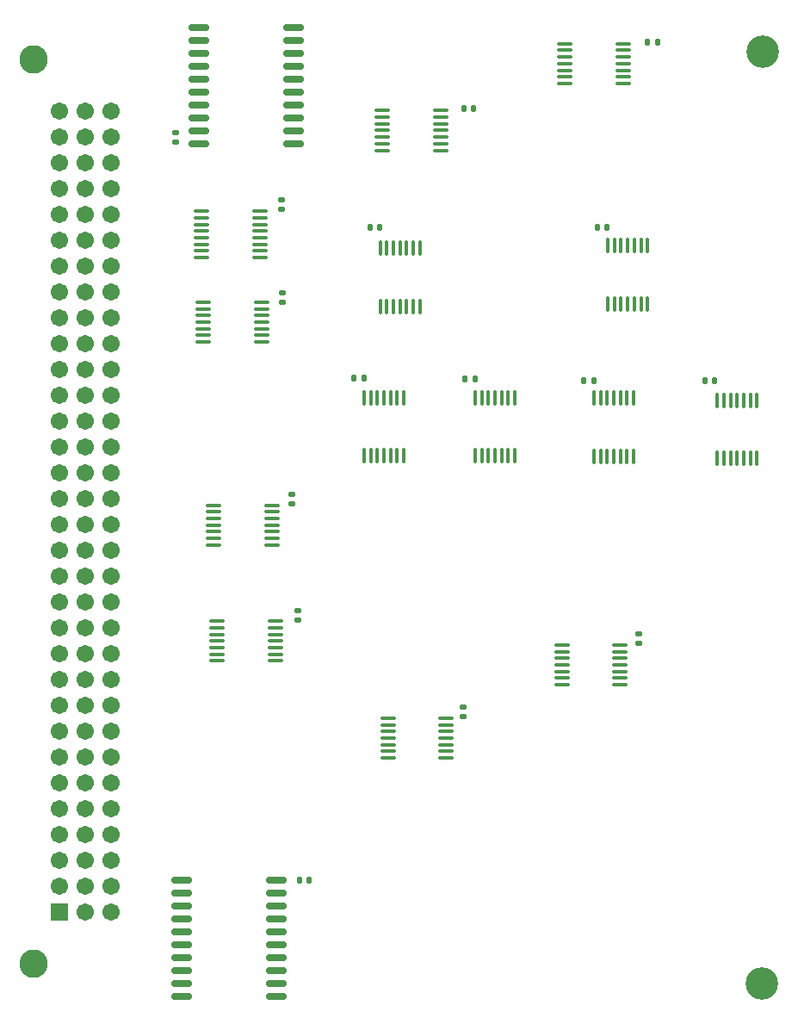
<source format=gbr>
%TF.GenerationSoftware,KiCad,Pcbnew,(7.0.0)*%
%TF.CreationDate,2023-12-30T22:17:33+02:00*%
%TF.ProjectId,alu,616c752e-6b69-4636-9164-5f7063625858,rev?*%
%TF.SameCoordinates,Original*%
%TF.FileFunction,Soldermask,Top*%
%TF.FilePolarity,Negative*%
%FSLAX46Y46*%
G04 Gerber Fmt 4.6, Leading zero omitted, Abs format (unit mm)*
G04 Created by KiCad (PCBNEW (7.0.0)) date 2023-12-30 22:17:33*
%MOMM*%
%LPD*%
G01*
G04 APERTURE LIST*
G04 Aperture macros list*
%AMRoundRect*
0 Rectangle with rounded corners*
0 $1 Rounding radius*
0 $2 $3 $4 $5 $6 $7 $8 $9 X,Y pos of 4 corners*
0 Add a 4 corners polygon primitive as box body*
4,1,4,$2,$3,$4,$5,$6,$7,$8,$9,$2,$3,0*
0 Add four circle primitives for the rounded corners*
1,1,$1+$1,$2,$3*
1,1,$1+$1,$4,$5*
1,1,$1+$1,$6,$7*
1,1,$1+$1,$8,$9*
0 Add four rect primitives between the rounded corners*
20,1,$1+$1,$2,$3,$4,$5,0*
20,1,$1+$1,$4,$5,$6,$7,0*
20,1,$1+$1,$6,$7,$8,$9,0*
20,1,$1+$1,$8,$9,$2,$3,0*%
G04 Aperture macros list end*
%ADD10C,3.200000*%
%ADD11RoundRect,0.140000X0.140000X0.170000X-0.140000X0.170000X-0.140000X-0.170000X0.140000X-0.170000X0*%
%ADD12RoundRect,0.100000X0.100000X-0.637500X0.100000X0.637500X-0.100000X0.637500X-0.100000X-0.637500X0*%
%ADD13RoundRect,0.140000X0.170000X-0.140000X0.170000X0.140000X-0.170000X0.140000X-0.170000X-0.140000X0*%
%ADD14RoundRect,0.100000X-0.637500X-0.100000X0.637500X-0.100000X0.637500X0.100000X-0.637500X0.100000X0*%
%ADD15C,2.790000*%
%ADD16RoundRect,0.102000X-0.754000X0.754000X-0.754000X-0.754000X0.754000X-0.754000X0.754000X0.754000X0*%
%ADD17C,1.712000*%
%ADD18RoundRect,0.140000X-0.140000X-0.170000X0.140000X-0.170000X0.140000X0.170000X-0.140000X0.170000X0*%
%ADD19RoundRect,0.150000X0.875000X0.150000X-0.875000X0.150000X-0.875000X-0.150000X0.875000X-0.150000X0*%
%ADD20RoundRect,0.150000X-0.875000X-0.150000X0.875000X-0.150000X0.875000X0.150000X-0.875000X0.150000X0*%
%ADD21RoundRect,0.140000X-0.170000X0.140000X-0.170000X-0.140000X0.170000X-0.140000X0.170000X0.140000X0*%
G04 APERTURE END LIST*
D10*
%TO.C,REF\u002A\u002A*%
X113537000Y-122555000D03*
%TD*%
%TO.C,REF\u002A\u002A*%
X113669000Y-30998000D03*
%TD*%
D11*
%TO.C,C8*%
X98371600Y-48209200D03*
X97411600Y-48209200D03*
%TD*%
D12*
%TO.C,U10*%
X109200400Y-70952200D03*
X109850400Y-70952200D03*
X110500400Y-70952200D03*
X111150400Y-70952200D03*
X111800400Y-70952200D03*
X112450400Y-70952200D03*
X113100400Y-70952200D03*
X113100400Y-65227200D03*
X112450400Y-65227200D03*
X111800400Y-65227200D03*
X111150400Y-65227200D03*
X110500400Y-65227200D03*
X109850400Y-65227200D03*
X109200400Y-65227200D03*
%TD*%
%TO.C,U3*%
X76028000Y-55999300D03*
X76678000Y-55999300D03*
X77328000Y-55999300D03*
X77978000Y-55999300D03*
X78628000Y-55999300D03*
X79278000Y-55999300D03*
X79928000Y-55999300D03*
X79928000Y-50274300D03*
X79278000Y-50274300D03*
X78628000Y-50274300D03*
X77978000Y-50274300D03*
X77328000Y-50274300D03*
X76678000Y-50274300D03*
X76028000Y-50274300D03*
%TD*%
D13*
%TO.C,C13*%
X66294000Y-46454000D03*
X66294000Y-45494000D03*
%TD*%
D14*
%TO.C,U9*%
X93911500Y-89286800D03*
X93911500Y-89936800D03*
X93911500Y-90586800D03*
X93911500Y-91236800D03*
X93911500Y-91886800D03*
X93911500Y-92536800D03*
X93911500Y-93186800D03*
X99636500Y-93186800D03*
X99636500Y-92536800D03*
X99636500Y-91886800D03*
X99636500Y-91236800D03*
X99636500Y-90586800D03*
X99636500Y-89936800D03*
X99636500Y-89286800D03*
%TD*%
D15*
%TO.C,J1*%
X41910000Y-31750000D03*
X41910000Y-120650000D03*
D16*
X44450000Y-115570000D03*
D17*
X44450000Y-113030000D03*
X44450000Y-110490000D03*
X44450000Y-107950000D03*
X44450000Y-105410000D03*
X44450000Y-102870000D03*
X44450000Y-100330000D03*
X44450000Y-97790000D03*
X44450000Y-95250000D03*
X44450000Y-92710000D03*
X44450000Y-90170000D03*
X44450000Y-87630000D03*
X44450000Y-85090000D03*
X44450000Y-82550000D03*
X44450000Y-80010000D03*
X44450000Y-77470000D03*
X44450000Y-74930000D03*
X44450000Y-72390000D03*
X44450000Y-69850000D03*
X44450000Y-67310000D03*
X44450000Y-64770000D03*
X44450000Y-62230000D03*
X44450000Y-59690000D03*
X44450000Y-57150000D03*
X44450000Y-54610000D03*
X44450000Y-52070000D03*
X44450000Y-49530000D03*
X44450000Y-46990000D03*
X44450000Y-44450000D03*
X44450000Y-41910000D03*
X44450000Y-39370000D03*
X44450000Y-36830000D03*
X46990000Y-115570000D03*
X46990000Y-113030000D03*
X46990000Y-110490000D03*
X46990000Y-107950000D03*
X46990000Y-105410000D03*
X46990000Y-102870000D03*
X46990000Y-100330000D03*
X46990000Y-97790000D03*
X46990000Y-95250000D03*
X46990000Y-92710000D03*
X46990000Y-90170000D03*
X46990000Y-87630000D03*
X46990000Y-85090000D03*
X46990000Y-82550000D03*
X46990000Y-80010000D03*
X46990000Y-77470000D03*
X46990000Y-74930000D03*
X46990000Y-72390000D03*
X46990000Y-69850000D03*
X46990000Y-67310000D03*
X46990000Y-64770000D03*
X46990000Y-62230000D03*
X46990000Y-59690000D03*
X46990000Y-57150000D03*
X46990000Y-54610000D03*
X46990000Y-52070000D03*
X46990000Y-49530000D03*
X46990000Y-46990000D03*
X46990000Y-44450000D03*
X46990000Y-41910000D03*
X46990000Y-39370000D03*
X46990000Y-36830000D03*
X49530000Y-115570000D03*
X49530000Y-113030000D03*
X49530000Y-110490000D03*
X49530000Y-107950000D03*
X49530000Y-105410000D03*
X49530000Y-102870000D03*
X49530000Y-100330000D03*
X49530000Y-97790000D03*
X49530000Y-95250000D03*
X49530000Y-92710000D03*
X49530000Y-90170000D03*
X49530000Y-87630000D03*
X49530000Y-85090000D03*
X49530000Y-82550000D03*
X49530000Y-80010000D03*
X49530000Y-77470000D03*
X49530000Y-74930000D03*
X49530000Y-72390000D03*
X49530000Y-69850000D03*
X49530000Y-67310000D03*
X49530000Y-64770000D03*
X49530000Y-62230000D03*
X49530000Y-59690000D03*
X49530000Y-57150000D03*
X49530000Y-54610000D03*
X49530000Y-52070000D03*
X49530000Y-49530000D03*
X49530000Y-46990000D03*
X49530000Y-44450000D03*
X49530000Y-41910000D03*
X49530000Y-39370000D03*
X49530000Y-36830000D03*
%TD*%
D11*
%TO.C,C4*%
X85344000Y-63144400D03*
X84384000Y-63144400D03*
%TD*%
D14*
%TO.C,U1*%
X76233100Y-36759600D03*
X76233100Y-37409600D03*
X76233100Y-38059600D03*
X76233100Y-38709600D03*
X76233100Y-39359600D03*
X76233100Y-40009600D03*
X76233100Y-40659600D03*
X81958100Y-40659600D03*
X81958100Y-40009600D03*
X81958100Y-39359600D03*
X81958100Y-38709600D03*
X81958100Y-38059600D03*
X81958100Y-37409600D03*
X81958100Y-36759600D03*
%TD*%
D13*
%TO.C,C25*%
X67310000Y-75410000D03*
X67310000Y-74450000D03*
%TD*%
D12*
%TO.C,U7*%
X97070800Y-70764400D03*
X97720800Y-70764400D03*
X98370800Y-70764400D03*
X99020800Y-70764400D03*
X99670800Y-70764400D03*
X100320800Y-70764400D03*
X100970800Y-70764400D03*
X100970800Y-65039400D03*
X100320800Y-65039400D03*
X99670800Y-65039400D03*
X99020800Y-65039400D03*
X98370800Y-65039400D03*
X97720800Y-65039400D03*
X97070800Y-65039400D03*
%TD*%
D11*
%TO.C,C3*%
X74444800Y-63042800D03*
X73484800Y-63042800D03*
%TD*%
D12*
%TO.C,U8*%
X98430800Y-55745300D03*
X99080800Y-55745300D03*
X99730800Y-55745300D03*
X100380800Y-55745300D03*
X101030800Y-55745300D03*
X101680800Y-55745300D03*
X102330800Y-55745300D03*
X102330800Y-50020300D03*
X101680800Y-50020300D03*
X101030800Y-50020300D03*
X100380800Y-50020300D03*
X99730800Y-50020300D03*
X99080800Y-50020300D03*
X98430800Y-50020300D03*
%TD*%
D14*
%TO.C,U6*%
X94198600Y-30185600D03*
X94198600Y-30835600D03*
X94198600Y-31485600D03*
X94198600Y-32135600D03*
X94198600Y-32785600D03*
X94198600Y-33435600D03*
X94198600Y-34085600D03*
X99923600Y-34085600D03*
X99923600Y-33435600D03*
X99923600Y-32785600D03*
X99923600Y-32135600D03*
X99923600Y-31485600D03*
X99923600Y-30835600D03*
X99923600Y-30185600D03*
%TD*%
D12*
%TO.C,U5*%
X85376400Y-70713600D03*
X86026400Y-70713600D03*
X86676400Y-70713600D03*
X87326400Y-70713600D03*
X87976400Y-70713600D03*
X88626400Y-70713600D03*
X89276400Y-70713600D03*
X89276400Y-64988600D03*
X88626400Y-64988600D03*
X87976400Y-64988600D03*
X87326400Y-64988600D03*
X86676400Y-64988600D03*
X86026400Y-64988600D03*
X85376400Y-64988600D03*
%TD*%
D11*
%TO.C,C6*%
X108915200Y-63347600D03*
X107955200Y-63347600D03*
%TD*%
D14*
%TO.C,U30*%
X58656300Y-55606400D03*
X58656300Y-56256400D03*
X58656300Y-56906400D03*
X58656300Y-57556400D03*
X58656300Y-58206400D03*
X58656300Y-58856400D03*
X58656300Y-59506400D03*
X64381300Y-59506400D03*
X64381300Y-58856400D03*
X64381300Y-58206400D03*
X64381300Y-57556400D03*
X64381300Y-56906400D03*
X64381300Y-56256400D03*
X64381300Y-55606400D03*
%TD*%
D18*
%TO.C,C10*%
X102339200Y-30073600D03*
X103299200Y-30073600D03*
%TD*%
D11*
%TO.C,C7*%
X76019600Y-48260000D03*
X75059600Y-48260000D03*
%TD*%
D14*
%TO.C,U4*%
X76791900Y-96500400D03*
X76791900Y-97150400D03*
X76791900Y-97800400D03*
X76791900Y-98450400D03*
X76791900Y-99100400D03*
X76791900Y-99750400D03*
X76791900Y-100400400D03*
X82516900Y-100400400D03*
X82516900Y-99750400D03*
X82516900Y-99100400D03*
X82516900Y-98450400D03*
X82516900Y-97800400D03*
X82516900Y-97150400D03*
X82516900Y-96500400D03*
%TD*%
D18*
%TO.C,C9*%
X84254400Y-36576000D03*
X85214400Y-36576000D03*
%TD*%
D13*
%TO.C,C26*%
X67945000Y-86840000D03*
X67945000Y-85880000D03*
%TD*%
D14*
%TO.C,U29*%
X58486200Y-46655200D03*
X58486200Y-47305200D03*
X58486200Y-47955200D03*
X58486200Y-48605200D03*
X58486200Y-49255200D03*
X58486200Y-49905200D03*
X58486200Y-50555200D03*
X58486200Y-51205200D03*
X64211200Y-51205200D03*
X64211200Y-50555200D03*
X64211200Y-49905200D03*
X64211200Y-49255200D03*
X64211200Y-48605200D03*
X64211200Y-47955200D03*
X64211200Y-47305200D03*
X64211200Y-46655200D03*
%TD*%
D19*
%TO.C,U31*%
X67515000Y-40005000D03*
X67515000Y-38735000D03*
X67515000Y-37465000D03*
X67515000Y-36195000D03*
X67515000Y-34925000D03*
X67515000Y-33655000D03*
X67515000Y-32385000D03*
X67515000Y-31115000D03*
X67515000Y-29845000D03*
X67515000Y-28575000D03*
X58215000Y-28575000D03*
X58215000Y-29845000D03*
X58215000Y-31115000D03*
X58215000Y-32385000D03*
X58215000Y-33655000D03*
X58215000Y-34925000D03*
X58215000Y-36195000D03*
X58215000Y-37465000D03*
X58215000Y-38735000D03*
X58215000Y-40005000D03*
%TD*%
D20*
%TO.C,U13*%
X56515000Y-112395000D03*
X56515000Y-113665000D03*
X56515000Y-114935000D03*
X56515000Y-116205000D03*
X56515000Y-117475000D03*
X56515000Y-118745000D03*
X56515000Y-120015000D03*
X56515000Y-121285000D03*
X56515000Y-122555000D03*
X56515000Y-123825000D03*
X65815000Y-123825000D03*
X65815000Y-122555000D03*
X65815000Y-121285000D03*
X65815000Y-120015000D03*
X65815000Y-118745000D03*
X65815000Y-117475000D03*
X65815000Y-116205000D03*
X65815000Y-114935000D03*
X65815000Y-113665000D03*
X65815000Y-112395000D03*
%TD*%
D18*
%TO.C,C23*%
X68100000Y-112395000D03*
X69060000Y-112395000D03*
%TD*%
D14*
%TO.C,U15*%
X60002500Y-86950000D03*
X60002500Y-87600000D03*
X60002500Y-88250000D03*
X60002500Y-88900000D03*
X60002500Y-89550000D03*
X60002500Y-90200000D03*
X60002500Y-90850000D03*
X65727500Y-90850000D03*
X65727500Y-90200000D03*
X65727500Y-89550000D03*
X65727500Y-88900000D03*
X65727500Y-88250000D03*
X65727500Y-87600000D03*
X65727500Y-86950000D03*
%TD*%
%TO.C,U14*%
X59680000Y-75565000D03*
X59680000Y-76215000D03*
X59680000Y-76865000D03*
X59680000Y-77515000D03*
X59680000Y-78165000D03*
X59680000Y-78815000D03*
X59680000Y-79465000D03*
X65405000Y-79465000D03*
X65405000Y-78815000D03*
X65405000Y-78165000D03*
X65405000Y-77515000D03*
X65405000Y-76865000D03*
X65405000Y-76215000D03*
X65405000Y-75565000D03*
%TD*%
D13*
%TO.C,C1*%
X84175600Y-96339600D03*
X84175600Y-95379600D03*
%TD*%
D21*
%TO.C,C24*%
X55880000Y-38890000D03*
X55880000Y-39850000D03*
%TD*%
D13*
%TO.C,C2*%
X101447600Y-89154000D03*
X101447600Y-88194000D03*
%TD*%
D11*
%TO.C,C5*%
X97050800Y-63347600D03*
X96090800Y-63347600D03*
%TD*%
D12*
%TO.C,U2*%
X74464800Y-70713600D03*
X75114800Y-70713600D03*
X75764800Y-70713600D03*
X76414800Y-70713600D03*
X77064800Y-70713600D03*
X77714800Y-70713600D03*
X78364800Y-70713600D03*
X78364800Y-64988600D03*
X77714800Y-64988600D03*
X77064800Y-64988600D03*
X76414800Y-64988600D03*
X75764800Y-64988600D03*
X75114800Y-64988600D03*
X74464800Y-64988600D03*
%TD*%
D13*
%TO.C,C14*%
X66421000Y-55598000D03*
X66421000Y-54638000D03*
%TD*%
M02*

</source>
